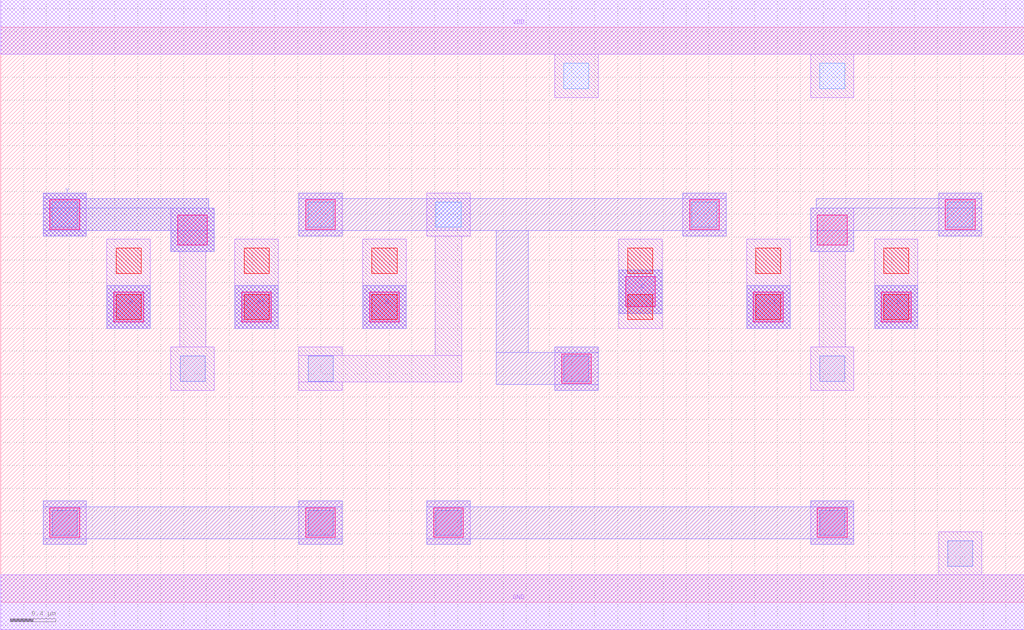
<source format=lef>
MACRO OAAOAI2121
 CLASS CORE ;
 FOREIGN OAAOAI2121 0 0 ;
 SIZE 8.96 BY 5.04 ;
 ORIGIN 0 0 ;
 SYMMETRY X Y R90 ;
 SITE unit ;
  PIN VDD
   DIRECTION INOUT ;
   USE POWER ;
   SHAPE ABUTMENT ;
    PORT
     CLASS CORE ;
       LAYER met1 ;
        RECT 0.00000000 4.80000000 8.96000000 5.28000000 ;
    END
  END VDD

  PIN GND
   DIRECTION INOUT ;
   USE POWER ;
   SHAPE ABUTMENT ;
    PORT
     CLASS CORE ;
       LAYER met1 ;
        RECT 0.00000000 -0.24000000 8.96000000 0.24000000 ;
    END
  END GND

  PIN Y
   DIRECTION INOUT ;
   USE SIGNAL ;
   SHAPE ABUTMENT ;
    PORT
     CLASS CORE ;
       LAYER met2 ;
        RECT 0.37000000 3.20700000 0.75000000 3.25700000 ;
        RECT 1.49000000 3.07200000 1.87000000 3.25700000 ;
        RECT 0.37000000 3.25700000 1.87000000 3.45200000 ;
        RECT 0.37000000 3.45200000 1.82000000 3.53700000 ;
        RECT 0.37000000 3.53700000 0.75000000 3.58700000 ;
    END
  END Y

  PIN A1
   DIRECTION INOUT ;
   USE SIGNAL ;
   SHAPE ABUTMENT ;
    PORT
     CLASS CORE ;
       LAYER met2 ;
        RECT 2.05000000 2.39700000 2.43000000 2.77700000 ;
    END
  END A1

  PIN D
   DIRECTION INOUT ;
   USE SIGNAL ;
   SHAPE ABUTMENT ;
    PORT
     CLASS CORE ;
       LAYER met2 ;
        RECT 7.65000000 2.39700000 8.03000000 2.77700000 ;
    END
  END D

  PIN C
   DIRECTION INOUT ;
   USE SIGNAL ;
   SHAPE ABUTMENT ;
    PORT
     CLASS CORE ;
       LAYER met2 ;
        RECT 5.41000000 2.53200000 5.79000000 2.91200000 ;
    END
  END C

  PIN B
   DIRECTION INOUT ;
   USE SIGNAL ;
   SHAPE ABUTMENT ;
    PORT
     CLASS CORE ;
       LAYER met2 ;
        RECT 3.17000000 2.39700000 3.55000000 2.77700000 ;
    END
  END B

  PIN A
   DIRECTION INOUT ;
   USE SIGNAL ;
   SHAPE ABUTMENT ;
    PORT
     CLASS CORE ;
       LAYER met2 ;
        RECT 0.93000000 2.39700000 1.31000000 2.77700000 ;
    END
  END A

  PIN C1
   DIRECTION INOUT ;
   USE SIGNAL ;
   SHAPE ABUTMENT ;
    PORT
     CLASS CORE ;
       LAYER met2 ;
        RECT 6.53000000 2.39700000 6.91000000 2.77700000 ;
    END
  END C1

 OBS
    LAYER polycont ;
     RECT 1.01000000 2.47700000 1.23000000 2.69700000 ;
     RECT 2.13000000 2.47700000 2.35000000 2.69700000 ;
     RECT 3.25000000 2.47700000 3.47000000 2.69700000 ;
     RECT 5.49000000 2.47700000 5.71000000 2.69700000 ;
     RECT 6.61000000 2.47700000 6.83000000 2.69700000 ;
     RECT 7.73000000 2.47700000 7.95000000 2.69700000 ;
     RECT 1.01000000 2.88200000 1.23000000 3.10200000 ;
     RECT 2.13000000 2.88200000 2.35000000 3.10200000 ;
     RECT 3.25000000 2.88200000 3.47000000 3.10200000 ;
     RECT 5.49000000 2.88200000 5.71000000 3.10200000 ;
     RECT 6.61000000 2.88200000 6.83000000 3.10200000 ;
     RECT 7.73000000 2.88200000 7.95000000 3.10200000 ;

    LAYER pdiffc ;
     RECT 0.45000000 3.28700000 0.67000000 3.50700000 ;
     RECT 2.69000000 3.28700000 2.91000000 3.50700000 ;
     RECT 3.81000000 3.28700000 4.03000000 3.50700000 ;
     RECT 6.05000000 3.28700000 6.27000000 3.50700000 ;
     RECT 8.29000000 3.28700000 8.51000000 3.50700000 ;
     RECT 4.93000000 4.50200000 5.15000000 4.72200000 ;
     RECT 7.17000000 4.50200000 7.39000000 4.72200000 ;

    LAYER ndiffc ;
     RECT 8.29000000 0.31700000 8.51000000 0.53700000 ;
     RECT 0.45000000 0.58700000 0.67000000 0.80700000 ;
     RECT 2.69000000 0.58700000 2.91000000 0.80700000 ;
     RECT 3.81000000 0.58700000 4.03000000 0.80700000 ;
     RECT 7.17000000 0.58700000 7.39000000 0.80700000 ;
     RECT 1.57000000 1.93700000 1.79000000 2.15700000 ;
     RECT 2.69000000 1.93700000 2.91000000 2.15700000 ;
     RECT 4.93000000 1.93700000 5.15000000 2.15700000 ;
     RECT 7.17000000 1.93700000 7.39000000 2.15700000 ;

    LAYER met1 ;
     RECT 0.00000000 -0.24000000 8.96000000 0.24000000 ;
     RECT 8.21000000 0.24000000 8.59000000 0.61700000 ;
     RECT 0.37000000 0.50700000 0.75000000 0.88700000 ;
     RECT 2.61000000 0.50700000 2.99000000 0.88700000 ;
     RECT 3.73000000 0.50700000 4.11000000 0.88700000 ;
     RECT 7.09000000 0.50700000 7.47000000 0.88700000 ;
     RECT 4.85000000 1.85700000 5.23000000 2.23700000 ;
     RECT 0.93000000 2.39700000 1.31000000 3.18200000 ;
     RECT 2.05000000 2.39700000 2.43000000 3.18200000 ;
     RECT 3.17000000 2.39700000 3.55000000 3.18200000 ;
     RECT 5.41000000 2.39700000 5.79000000 3.18200000 ;
     RECT 6.53000000 2.39700000 6.91000000 3.18200000 ;
     RECT 7.65000000 2.39700000 8.03000000 3.18200000 ;
     RECT 1.49000000 1.85700000 1.87000000 2.23700000 ;
     RECT 1.56500000 2.23700000 1.79500000 3.07200000 ;
     RECT 1.49000000 3.07200000 1.87000000 3.45200000 ;
     RECT 7.09000000 1.85700000 7.47000000 2.23700000 ;
     RECT 7.16500000 2.23700000 7.39500000 3.07200000 ;
     RECT 7.09000000 3.07200000 7.47000000 3.45200000 ;
     RECT 0.37000000 3.20700000 0.75000000 3.58700000 ;
     RECT 2.61000000 3.20700000 2.99000000 3.58700000 ;
     RECT 2.61000000 1.85700000 2.99000000 1.93200000 ;
     RECT 2.61000000 1.93200000 4.03500000 2.16200000 ;
     RECT 2.61000000 2.16200000 2.99000000 2.23700000 ;
     RECT 3.80500000 2.16200000 4.03500000 3.20700000 ;
     RECT 3.73000000 3.20700000 4.11000000 3.58700000 ;
     RECT 5.97000000 3.20700000 6.35000000 3.58700000 ;
     RECT 8.21000000 3.20700000 8.59000000 3.58700000 ;
     RECT 4.85000000 4.42200000 5.23000000 4.80000000 ;
     RECT 7.09000000 4.42200000 7.47000000 4.80000000 ;
     RECT 0.00000000 4.80000000 8.96000000 5.28000000 ;

    LAYER via1 ;
     RECT 0.43000000 0.56700000 0.69000000 0.82700000 ;
     RECT 2.67000000 0.56700000 2.93000000 0.82700000 ;
     RECT 3.79000000 0.56700000 4.05000000 0.82700000 ;
     RECT 7.15000000 0.56700000 7.41000000 0.82700000 ;
     RECT 4.91000000 1.91700000 5.17000000 2.17700000 ;
     RECT 0.99000000 2.45700000 1.25000000 2.71700000 ;
     RECT 2.11000000 2.45700000 2.37000000 2.71700000 ;
     RECT 3.23000000 2.45700000 3.49000000 2.71700000 ;
     RECT 6.59000000 2.45700000 6.85000000 2.71700000 ;
     RECT 7.71000000 2.45700000 7.97000000 2.71700000 ;
     RECT 5.47000000 2.59200000 5.73000000 2.85200000 ;
     RECT 1.55000000 3.13200000 1.81000000 3.39200000 ;
     RECT 7.15000000 3.13200000 7.41000000 3.39200000 ;
     RECT 0.43000000 3.26700000 0.69000000 3.52700000 ;
     RECT 2.67000000 3.26700000 2.93000000 3.52700000 ;
     RECT 6.03000000 3.26700000 6.29000000 3.52700000 ;
     RECT 8.27000000 3.26700000 8.53000000 3.52700000 ;

    LAYER met2 ;
     RECT 0.37000000 0.50700000 0.75000000 0.55700000 ;
     RECT 2.61000000 0.50700000 2.99000000 0.55700000 ;
     RECT 0.37000000 0.55700000 2.99000000 0.83700000 ;
     RECT 0.37000000 0.83700000 0.75000000 0.88700000 ;
     RECT 2.61000000 0.83700000 2.99000000 0.88700000 ;
     RECT 3.73000000 0.50700000 4.11000000 0.55700000 ;
     RECT 7.09000000 0.50700000 7.47000000 0.55700000 ;
     RECT 3.73000000 0.55700000 7.47000000 0.83700000 ;
     RECT 3.73000000 0.83700000 4.11000000 0.88700000 ;
     RECT 7.09000000 0.83700000 7.47000000 0.88700000 ;
     RECT 0.93000000 2.39700000 1.31000000 2.77700000 ;
     RECT 2.05000000 2.39700000 2.43000000 2.77700000 ;
     RECT 3.17000000 2.39700000 3.55000000 2.77700000 ;
     RECT 6.53000000 2.39700000 6.91000000 2.77700000 ;
     RECT 7.65000000 2.39700000 8.03000000 2.77700000 ;
     RECT 5.41000000 2.53200000 5.79000000 2.91200000 ;
     RECT 0.37000000 3.20700000 0.75000000 3.25700000 ;
     RECT 1.49000000 3.07200000 1.87000000 3.25700000 ;
     RECT 0.37000000 3.25700000 1.87000000 3.45200000 ;
     RECT 0.37000000 3.45200000 1.82000000 3.53700000 ;
     RECT 0.37000000 3.53700000 0.75000000 3.58700000 ;
     RECT 4.85000000 1.85700000 5.23000000 1.90700000 ;
     RECT 4.34000000 1.90700000 5.23000000 2.18700000 ;
     RECT 4.85000000 2.18700000 5.23000000 2.23700000 ;
     RECT 2.61000000 3.20700000 2.99000000 3.25700000 ;
     RECT 4.34000000 2.18700000 4.62000000 3.25700000 ;
     RECT 5.97000000 3.20700000 6.35000000 3.25700000 ;
     RECT 2.61000000 3.25700000 6.35000000 3.53700000 ;
     RECT 2.61000000 3.53700000 2.99000000 3.58700000 ;
     RECT 5.97000000 3.53700000 6.35000000 3.58700000 ;
     RECT 7.09000000 3.07200000 7.47000000 3.25700000 ;
     RECT 8.21000000 3.20700000 8.59000000 3.25700000 ;
     RECT 7.09000000 3.25700000 8.59000000 3.45200000 ;
     RECT 7.14000000 3.45200000 8.59000000 3.53700000 ;
     RECT 8.21000000 3.53700000 8.59000000 3.58700000 ;

 END
END OAAOAI2121

</source>
